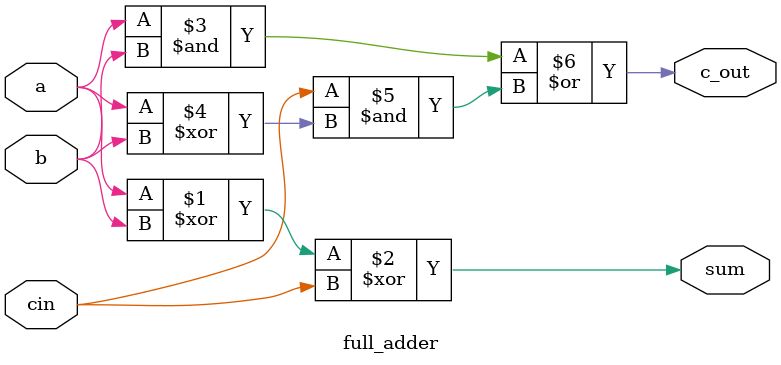
<source format=v>
module full_adder (
    input a, b, cin, // Define input ports a, b and c_in
    output sum , c_out // Define output ports sum and c_out
);

assign sum = a ^ b ^ cin; // Define Sum logic
assign c_out = ((a & b) | (cin & (a ^ b))); // Define Carry_out logic

endmodule 
</source>
